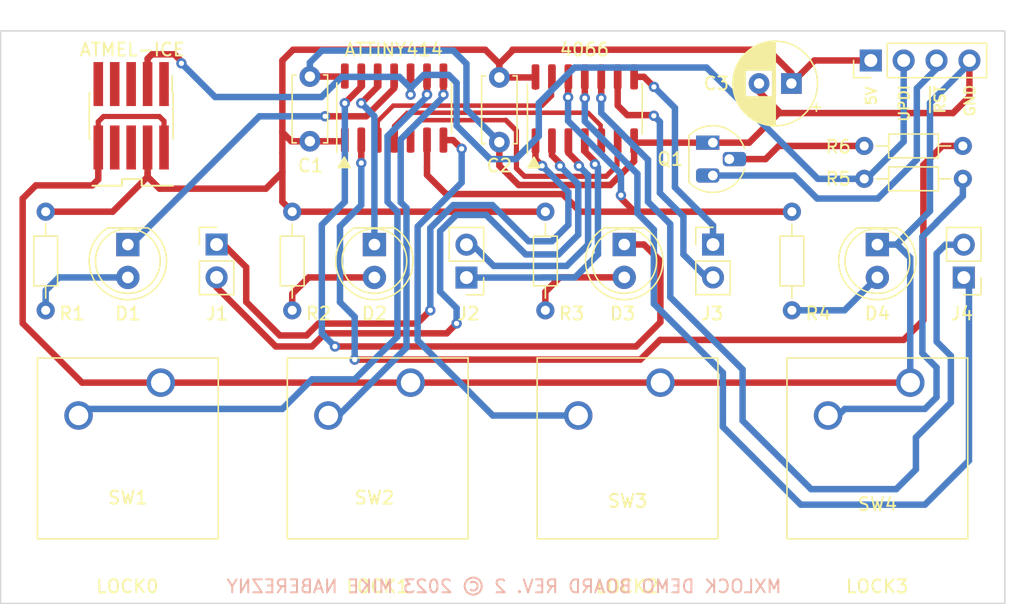
<source format=kicad_pcb>
(kicad_pcb (version 20221018) (generator pcbnew)
  (layers (0 "F.Cu" signal) (31 "B.Cu" signal) (34 "B.Paste" user) (35 "F.Paste" user) (36 "B.SilkS" user "B.Silkscreen") (37 "F.SilkS" user "F.Silkscreen") (38 "B.Mask" user) (39 "F.Mask" user) (44 "Edge.Cuts" user))
  (net 0 "")
  (net 1 "Net-(D1-A)")
  (net 2 "Net-(D2-A)")
  (net 3 "Net-(D3-A)")
  (net 4 "GND")
  (net 5 "VCC")
  (net 6 "/NLOCK0_LED")
  (net 7 "/NLOCK1_LED")
  (net 8 "/NLOCK2_LED")
  (net 9 "LOCK3_OUT")
  (net 10 "/RESET_OUT")
  (net 11 "NLOCK0_KEY")
  (net 12 "NLOCK1_KEY")
  (net 13 "UPDI")
  (net 14 "NLOCK2_KEY")
  (net 15 "LOCK0_OUT")
  (net 16 "LOCK1_OUT")
  (net 17 "Net-(J3-Pin_1)")
  (net 18 "Net-(J3-Pin_2)")
  (net 19 "Net-(J4-Pin_1)")
  (net 20 "Net-(J4-Pin_2)")
  (net 21 "Net-(Q1-B)")
  (net 22 "Net-(D4-A)")
  (net 23 "LOCK2_OUT")
  (net 24 "Net-(R5-Pad1)")
  (net 25 "Net-(J1-Pin_1)")
  (net 26 "Net-(J1-Pin_2)")
  (net 27 "Net-(J2-Pin_1)")
  (net 28 "Net-(J2-Pin_2)")
  (net 29 "/NRESET")
  (footprint "Resistor_THT:R_Axial_DIN0204_L3.6mm_D1.6mm_P7.62mm_Horizontal" (layer "F.Cu") (at 130.81 89.662 -90)
    (fp_text reference "R2" (at 7.874 -2.032) (layer "F.SilkS"))
    (fp_text value "330")
    (pad "1" thru_hole circle (at 0 0 270) (size 1.4 1.4) (drill 0.7) (layers "*.Cu" "*.Mask") (net 5 "VCC"))
    (pad "2" thru_hole oval (at 7.62 0 270) (size 1.4 1.4) (drill 0.7) (layers "*.Cu" "*.Mask") (net 2 "Net-(D2-A)"))
  )
  (footprint "Button_Switch_Keyboard:SW_Cherry_MX_1.00u_PCB" (layer "F.Cu") (at 139.954 102.87)
    (fp_text reference "SW2" (at -2.794 8.89) (layer "F.SilkS"))
    (fp_text value "SW_MX")
    (pad "" np_thru_hole circle (at -7.62 5.08) (size 1.7 1.7) (drill 1.7) (layers "*.Cu" "*.Mask"))
    (pad "" np_thru_hole circle (at -2.54 5.08) (size 4 4) (drill 4) (layers "*.Cu" "*.Mask"))
    (pad "" np_thru_hole circle (at 2.54 5.08) (size 1.7 1.7) (drill 1.7) (layers "*.Cu" "*.Mask"))
    (pad "1" thru_hole circle (at 0 0) (size 2.2 2.2) (drill 1.5) (layers "*.Cu" "*.Mask") (net 4 "GND"))
    (pad "2" thru_hole circle (at -6.35 2.54) (size 2.2 2.2) (drill 1.5) (layers "*.Cu" "*.Mask") (net 12 "NLOCK1_KEY"))
  )
  (footprint "LED_THT:LED_D5.0mm" (layer "F.Cu") (at 156.464 92.197 -90)
    (fp_text reference "D3" (at 5.339 0.127) (layer "F.SilkS"))
    (fp_text value "LED")
    (pad "1" thru_hole rect (at 0 0 270) (size 1.8 1.8) (drill 0.9) (layers "*.Cu" "*.Mask") (net 8 "/NLOCK2_LED"))
    (pad "2" thru_hole circle (at 2.54 0 270) (size 1.8 1.8) (drill 0.9) (layers "*.Cu" "*.Mask") (net 3 "Net-(D3-A)"))
  )
  (footprint "Resistor_THT:R_Axial_DIN0204_L3.6mm_D1.6mm_P7.62mm_Horizontal" (layer "F.Cu") (at 169.418 89.662 -90)
    (fp_text reference "R4" (at 7.874 -2.032) (layer "F.SilkS"))
    (fp_text value "330")
    (pad "1" thru_hole circle (at 0 0 270) (size 1.4 1.4) (drill 0.7) (layers "*.Cu" "*.Mask") (net 9 "LOCK3_OUT"))
    (pad "2" thru_hole oval (at 7.62 0 270) (size 1.4 1.4) (drill 0.7) (layers "*.Cu" "*.Mask") (net 22 "Net-(D4-A)"))
  )
  (footprint "Capacitor_THT:C_Disc_D5.0mm_W2.5mm_P5.00mm" (layer "F.Cu") (at 132.174 84.2205 90)
    (fp_text reference "C1" (at -1.88 0.05 180) (layer "F.SilkS"))
    (fp_text value "0.1uF")
    (pad "1" thru_hole circle (at 0 0 90) (size 1.6 1.6) (drill 0.8) (layers "*.Cu" "*.Mask") (net 5 "VCC"))
    (pad "2" thru_hole circle (at 5 0 90) (size 1.6 1.6) (drill 0.8) (layers "*.Cu" "*.Mask") (net 4 "GND"))
  )
  (footprint "Package_TO_SOT_THT:TO-92_HandSolder" (layer "F.Cu") (at 163.31 84.328 -90)
    (fp_text reference "Q1" (at 1.27 3.29 -180) (layer "F.SilkS"))
    (fp_text value "2N3904")
    (pad "1" thru_hole rect (at 0 0 270) (size 1.1 1.8) (drill 0.75 (offset 0 0.4)) (layers "*.Cu" "*.Mask") (net 4 "GND"))
    (pad "2" thru_hole roundrect (at 1.27 -1.27 270) (size 1.1 1.8) (drill 0.75 (offset 0 -0.4)) (layers "*.Cu" "*.Mask") (net 21 "Net-(Q1-B)"))
    (pad "3" thru_hole roundrect (at 2.54 0 270) (size 1.1 1.8) (drill 0.75 (offset 0 0.4)) (layers "*.Cu" "*.Mask") (net 29 "/NRESET"))
  )
  (footprint "Resistor_THT:R_Axial_DIN0204_L3.6mm_D1.6mm_P7.62mm_Horizontal" (layer "F.Cu") (at 182.626 87.122 180)
    (fp_text reference "R5" (at 9.626 0) (layer "F.SilkS"))
    (fp_text value "1K")
    (pad "1" thru_hole circle (at 0 0 180) (size 1.4 1.4) (drill 0.7) (layers "*.Cu" "*.Mask") (net 24 "Net-(R5-Pad1)"))
    (pad "2" thru_hole oval (at 7.62 0 180) (size 1.4 1.4) (drill 0.7) (layers "*.Cu" "*.Mask") (net 13 "UPDI"))
  )
  (footprint "Connector_PinHeader_2.54mm:PinHeader_1x02_P2.54mm_Vertical" (layer "F.Cu") (at 144.272 94.752 180)
    (fp_text reference "J2" (at -0.15 -2.784 180) (layer "F.SilkS"))
    (fp_text value "Conn_01x02")
    (pad "1" thru_hole rect (at 0 0 180) (size 1.7 1.7) (drill 1) (layers "*.Cu" "*.Mask") (net 27 "Net-(J2-Pin_1)"))
    (pad "2" thru_hole oval (at 0 2.54 180) (size 1.7 1.7) (drill 1) (layers "*.Cu" "*.Mask") (net 28 "Net-(J2-Pin_2)"))
  )
  (footprint "Package_SO:SOIC-14_3.9x8.7mm_P1.27mm" (layer "F.Cu") (at 138.684 81.6555 90)
    (fp_text reference "U1" hide)
    (fp_text value "ATtiny214/414/814")
    (pad "1" smd roundrect (at -2.475 -3.81 90) (size 1.95 0.6) (layers "F.Cu" "F.Paste" "F.Mask") (net 5 "VCC"))
    (pad "2" smd roundrect (at -2.475 -2.54 90) (size 1.95 0.6) (layers "F.Cu" "F.Paste" "F.Mask") (net 10 "/RESET_OUT"))
    (pad "3" smd roundrect (at -2.475 -1.27 90) (size 1.95 0.6) (layers "F.Cu" "F.Paste" "F.Mask") (net 15 "LOCK0_OUT"))
    (pad "4" smd roundrect (at -2.475 0 90) (size 1.95 0.6) (layers "F.Cu" "F.Paste" "F.Mask") (net 16 "LOCK1_OUT"))
    (pad "5" smd roundrect (at -2.475 1.27 90) (size 1.95 0.6) (layers "F.Cu" "F.Paste" "F.Mask") (net 23 "LOCK2_OUT"))
    (pad "6" smd roundrect (at -2.475 2.54 90) (size 1.95 0.6) (layers "F.Cu" "F.Paste" "F.Mask") (net 9 "LOCK3_OUT"))
    (pad "7" smd roundrect (at -2.475 3.81 90) (size 1.95 0.6) (layers "F.Cu" "F.Paste" "F.Mask") (net 14 "NLOCK2_KEY"))
    (pad "8" smd roundrect (at 2.475 3.81 90) (size 1.95 0.6) (layers "F.Cu" "F.Paste" "F.Mask") (net 12 "NLOCK1_KEY"))
    (pad "9" smd roundrect (at 2.475 2.54 90) (size 1.95 0.6) (layers "F.Cu" "F.Paste" "F.Mask") (net 11 "NLOCK0_KEY"))
    (pad "10" smd roundrect (at 2.475 1.27 90) (size 1.95 0.6) (layers "F.Cu" "F.Paste" "F.Mask") (net 13 "UPDI"))
    (pad "11" smd roundrect (at 2.475 0 90) (size 1.95 0.6) (layers "F.Cu" "F.Paste" "F.Mask") (net 6 "/NLOCK0_LED"))
    (pad "12" smd roundrect (at 2.475 -1.27 90) (size 1.95 0.6) (layers "F.Cu" "F.Paste" "F.Mask") (net 7 "/NLOCK1_LED"))
    (pad "13" smd roundrect (at 2.475 -2.54 90) (size 1.95 0.6) (layers "F.Cu" "F.Paste" "F.Mask") (net 8 "/NLOCK2_LED"))
    (pad "14" smd roundrect (at 2.475 -3.81 90) (size 1.95 0.6) (layers "F.Cu" "F.Paste" "F.Mask") (net 4 "GND"))
  )
  (footprint "Connector_PinHeader_2.54mm:PinHeader_1x04_P2.54mm_Vertical" (layer "F.Cu") (at 175.514 77.978 90)
    (fp_text reference "J5" hide)
    (fp_text value "Conn_01x04")
    (pad "1" thru_hole rect (at 0 0 90) (size 1.7 1.7) (drill 1) (layers "*.Cu" "*.Mask") (net 5 "VCC"))
    (pad "2" thru_hole oval (at 0 2.54 90) (size 1.7 1.7) (drill 1) (layers "*.Cu" "*.Mask") (net 13 "UPDI"))
    (pad "3" thru_hole oval (at 0 5.08 90) (size 1.7 1.7) (drill 1) (layers "*.Cu" "*.Mask") (net 29 "/NRESET"))
    (pad "4" thru_hole oval (at 0 7.62 90) (size 1.7 1.7) (drill 1) (layers "*.Cu" "*.Mask") (net 4 "GND"))
  )
  (footprint "LED_THT:LED_D5.0mm" (layer "F.Cu") (at 176.022 92.202 -90)
    (fp_text reference "D4" (at 5.334 0) (layer "F.SilkS"))
    (fp_text value "LED")
    (pad "1" thru_hole rect (at 0 0 270) (size 1.8 1.8) (drill 0.9) (layers "*.Cu" "*.Mask") (net 4 "GND"))
    (pad "2" thru_hole circle (at 2.54 0 270) (size 1.8 1.8) (drill 0.9) (layers "*.Cu" "*.Mask") (net 22 "Net-(D4-A)"))
  )
  (footprint "Capacitor_THT:C_Disc_D5.0mm_W2.5mm_P5.00mm" (layer "F.Cu") (at 146.812 79.288 -90)
    (fp_text reference "C2" (at 6.812 0.012) (layer "F.SilkS"))
    (fp_text value "0.1uF")
    (pad "1" thru_hole circle (at 0 0 270) (size 1.6 1.6) (drill 0.8) (layers "*.Cu" "*.Mask") (net 5 "VCC"))
    (pad "2" thru_hole circle (at 5 0 270) (size 1.6 1.6) (drill 0.8) (layers "*.Cu" "*.Mask") (net 4 "GND"))
  )
  (footprint "Button_Switch_Keyboard:SW_Cherry_MX_1.00u_PCB" (layer "F.Cu") (at 159.258 102.87)
    (fp_text reference "SW3" (at -2.54 9.144) (layer "F.SilkS"))
    (fp_text value "SW_MX")
    (pad "" np_thru_hole circle (at -7.62 5.08) (size 1.7 1.7) (drill 1.7) (layers "*.Cu" "*.Mask"))
    (pad "" np_thru_hole circle (at -2.54 5.08) (size 4 4) (drill 4) (layers "*.Cu" "*.Mask"))
    (pad "" np_thru_hole circle (at 2.54 5.08) (size 1.7 1.7) (drill 1.7) (layers "*.Cu" "*.Mask"))
    (pad "1" thru_hole circle (at 0 0) (size 2.2 2.2) (drill 1.5) (layers "*.Cu" "*.Mask") (net 4 "GND"))
    (pad "2" thru_hole circle (at -6.35 2.54) (size 2.2 2.2) (drill 1.5) (layers "*.Cu" "*.Mask") (net 14 "NLOCK2_KEY"))
  )
  (footprint "LED_THT:LED_D5.0mm" (layer "F.Cu") (at 118.11 92.202 -90)
    (fp_text reference "D1" (at 5.334 0 180) (layer "F.SilkS"))
    (fp_text value "LED")
    (pad "1" thru_hole rect (at 0 0 270) (size 1.8 1.8) (drill 0.9) (layers "*.Cu" "*.Mask") (net 6 "/NLOCK0_LED"))
    (pad "2" thru_hole circle (at 2.54 0 270) (size 1.8 1.8) (drill 0.9) (layers "*.Cu" "*.Mask") (net 1 "Net-(D1-A)"))
  )
  (footprint "Resistor_THT:R_Axial_DIN0204_L3.6mm_D1.6mm_P7.62mm_Horizontal" (layer "F.Cu") (at 182.626 84.582 180)
    (fp_text reference "R6" (at 9.626 -0.068) (layer "F.SilkS"))
    (fp_text value "1K")
    (pad "1" thru_hole circle (at 0 0 180) (size 1.4 1.4) (drill 0.7) (layers "*.Cu" "*.Mask") (net 10 "/RESET_OUT"))
    (pad "2" thru_hole oval (at 7.62 0 180) (size 1.4 1.4) (drill 0.7) (layers "*.Cu" "*.Mask") (net 21 "Net-(Q1-B)"))
  )
  (footprint "Button_Switch_Keyboard:SW_Cherry_MX_1.00u_PCB" (layer "F.Cu") (at 120.65 102.87)
    (fp_text reference "SW1" (at -2.54 8.89) (layer "F.SilkS"))
    (fp_text value "SW_MX")
    (pad "" np_thru_hole circle (at -7.62 5.08) (size 1.7 1.7) (drill 1.7) (layers "*.Cu" "*.Mask"))
    (pad "" np_thru_hole circle (at -2.54 5.08) (size 4 4) (drill 4) (layers "*.Cu" "*.Mask"))
    (pad "" np_thru_hole circle (at 2.54 5.08) (size 1.7 1.7) (drill 1.7) (layers "*.Cu" "*.Mask"))
    (pad "1" thru_hole circle (at 0 0) (size 2.2 2.2) (drill 1.5) (layers "*.Cu" "*.Mask") (net 4 "GND"))
    (pad "2" thru_hole circle (at -6.35 2.54) (size 2.2 2.2) (drill 1.5) (layers "*.Cu" "*.Mask") (net 11 "NLOCK0_KEY"))
  )
  (footprint "Package_SO:SO-14_3.9x8.65mm_P1.27mm" (layer "F.Cu") (at 153.416 81.7205 90)
    (fp_text reference "U2" hide)
    (fp_text value "CD4066BM")
    (pad "1" smd roundrect (at -2.475 -3.81 90) (size 1.95 0.6) (layers "F.Cu" "F.Paste" "F.Mask") (net 25 "Net-(J1-Pin_1)"))
    (pad "2" smd roundrect (at -2.475 -2.54 90) (size 1.95 0.6) (layers "F.Cu" "F.Paste" "F.Mask") (net 26 "Net-(J1-Pin_2)"))
    (pad "3" smd roundrect (at -2.475 -1.27 90) (size 1.95 0.6) (layers "F.Cu" "F.Paste" "F.Mask") (net 28 "Net-(J2-Pin_2)"))
    (pad "4" smd roundrect (at -2.475 0 90) (size 1.95 0.6) (layers "F.Cu" "F.Paste" "F.Mask") (net 27 "Net-(J2-Pin_1)"))
    (pad "5" smd roundrect (at -2.475 1.27 90) (size 1.95 0.6) (layers "F.Cu" "F.Paste" "F.Mask") (net 16 "LOCK1_OUT"))
    (pad "6" smd roundrect (at -2.475 2.54 90) (size 1.95 0.6) (layers "F.Cu" "F.Paste" "F.Mask") (net 23 "LOCK2_OUT"))
    (pad "7" smd roundrect (at -2.475 3.81 90) (size 1.95 0.6) (layers "F.Cu" "F.Paste" "F.Mask") (net 4 "GND"))
    (pad "8" smd roundrect (at 2.475 3.81 90) (size 1.95 0.6) (layers "F.Cu" "F.Paste" "F.Mask") (net 17 "Net-(J3-Pin_1)"))
    (pad "9" smd roundrect (at 2.475 2.54 90) (size 1.95 0.6) (layers "F.Cu" "F.Paste" "F.Mask") (net 18 "Net-(J3-Pin_2)"))
    (pad "10" smd roundrect (at 2.475 1.27 90) (size 1.95 0.6) (layers "F.Cu" "F.Paste" "F.Mask") (net 20 "Net-(J4-Pin_2)"))
    (pad "11" smd roundrect (at 2.475 0 90) (size 1.95 0.6) (layers "F.Cu" "F.Paste" "F.Mask") (net 19 "Net-(J4-Pin_1)"))
    (pad "12" smd roundrect (at 2.475 -1.27 90) (size 1.95 0.6) (layers "F.Cu" "F.Paste" "F.Mask") (net 9 "LOCK3_OUT"))
    (pad "13" smd roundrect (at 2.475 -2.54 90) (size 1.95 0.6) (layers "F.Cu" "F.Paste" "F.Mask") (net 15 "LOCK0_OUT"))
    (pad "14" smd roundrect (at 2.475 -3.81 90) (size 1.95 0.6) (layers "F.Cu" "F.Paste" "F.Mask") (net 5 "VCC"))
  )
  (footprint "Resistor_THT:R_Axial_DIN0204_L3.6mm_D1.6mm_P7.62mm_Horizontal" (layer "F.Cu") (at 111.76 89.662 -90)
    (fp_text reference "R1" (at 7.874 -2.032) (layer "F.SilkS"))
    (fp_text value "330")
    (pad "1" thru_hole circle (at 0 0 270) (size 1.4 1.4) (drill 0.7) (layers "*.Cu" "*.Mask") (net 5 "VCC"))
    (pad "2" thru_hole oval (at 7.62 0 270) (size 1.4 1.4) (drill 0.7) (layers "*.Cu" "*.Mask") (net 1 "Net-(D1-A)"))
  )
  (footprint "Connector_PinHeader_2.54mm:PinHeader_1x02_P2.54mm_Vertical" (layer "F.Cu") (at 124.968 92.197)
    (fp_text reference "J1" (at 0.032 5.339 180) (layer "F.SilkS"))
    (fp_text value "Conn_01x02")
    (pad "1" thru_hole rect (at 0 0) (size 1.7 1.7) (drill 1) (layers "*.Cu" "*.Mask") (net 25 "Net-(J1-Pin_1)"))
    (pad "2" thru_hole oval (at 0 2.54) (size 1.7 1.7) (drill 1) (layers "*.Cu" "*.Mask") (net 26 "Net-(J1-Pin_2)"))
  )
  (footprint "Connector_PinHeader_2.54mm:PinHeader_1x02_P2.54mm_Vertical" (layer "F.Cu") (at 182.7 94.752 180)
    (fp_text reference "J4" (at 0.15 -2.784) (layer "F.SilkS"))
    (fp_text value "Conn_01x02")
    (pad "1" thru_hole rect (at 0 0 180) (size 1.7 1.7) (drill 1) (layers "*.Cu" "*.Mask") (net 19 "Net-(J4-Pin_1)"))
    (pad "2" thru_hole oval (at 0 2.54 180) (size 1.7 1.7) (drill 1) (layers "*.Cu" "*.Mask") (net 20 "Net-(J4-Pin_2)"))
  )
  (footprint "Capacitor_THT:CP_Radial_D6.3mm_P2.50mm" (layer "F.Cu") (at 169.378 79.756 180)
    (fp_text reference "C3" (at 5.802 0) (layer "F.SilkS"))
    (fp_text value "10uF")
    (pad "1" thru_hole rect (at 0 0 180) (size 1.6 1.6) (drill 0.8) (layers "*.Cu" "*.Mask") (net 5 "VCC"))
    (pad "2" thru_hole circle (at 2.5 0 180) (size 1.6 1.6) (drill 0.8) (layers "*.Cu" "*.Mask") (net 4 "GND"))
  )
  (footprint "mxlock:PinHeader_2x05_P1.27mm_Shrouded_Vertical_SMD_Handsolder" (layer "F.Cu") (at 118.418 82.323 90)
    (fp_text reference "J6" hide)
    (fp_text value "ATMEL-ICE-10")
    (fp_text user "ATMEL-ICE" (at 4.599 -4.118 unlocked) (layer "F.SilkS") (effects (justify left bottom)))
    (pad "1" smd rect (at 2.523 2.486 270) (size 3.4 0.74) (layers "F.Cu" "F.Paste" "F.Mask"))
    (pad "2" smd rect (at -2.377 2.486 270) (size 3.4 0.74) (layers "F.Cu" "F.Paste" "F.Mask") (net 4 "GND"))
    (pad "3" smd rect (at 2.523 1.216 270) (size 3.4 0.74) (layers "F.Cu" "F.Paste" "F.Mask") (net 13 "UPDI"))
    (pad "4" smd rect (at -2.377 1.216 270) (size 3.4 0.74) (layers "F.Cu" "F.Paste" "F.Mask") (net 5 "VCC"))
    (pad "5" smd rect (at 2.523 -0.054 270) (size 3.4 0.74) (layers "F.Cu" "F.Paste" "F.Mask"))
    (pad "6" smd rect (at -2.377 -0.054 270) (size 3.4 0.74) (layers "F.Cu" "F.Paste" "F.Mask"))
    (pad "7" smd rect (at 2.523 -1.324 270) (size 3.4 0.74) (layers "F.Cu" "F.Paste" "F.Mask"))
    (pad "8" smd rect (at -2.377 -1.324 270) (size 3.4 0.74) (layers "F.Cu" "F.Paste" "F.Mask"))
    (pad "9" smd rect (at 2.523 -2.594 270) (size 3.4 0.74) (layers "F.Cu" "F.Paste" "F.Mask"))
    (pad "10" smd rect (at -2.377 -2.594 270) (size 3.4 0.74) (layers "F.Cu" "F.Paste" "F.Mask") (net 4 "GND"))
  )
  (footprint "Button_Switch_Keyboard:SW_Cherry_MX_1.00u_PCB" (layer "F.Cu") (at 178.562 102.87)
    (fp_text reference "SW4" (at -2.54 9.398) (layer "F.SilkS"))
    (fp_text value "SW_MX")
    (pad "" np_thru_hole circle (at -7.62 5.08) (size 1.7 1.7) (drill 1.7) (layers "*.Cu" "*.Mask"))
    (pad "" np_thru_hole circle (at -2.54 5.08) (size 4 4) (drill 4) (layers "*.Cu" "*.Mask"))
    (pad "" np_thru_hole circle (at 2.54 5.08) (size 1.7 1.7) (drill 1.7) (layers "*.Cu" "*.Mask"))
    (pad "1" thru_hole circle (at 0 0) (size 2.2 2.2) (drill 1.5) (layers "*.Cu" "*.Mask") (net 4 "GND"))
    (pad "2" thru_hole circle (at -6.35 2.54) (size 2.2 2.2) (drill 1.5) (layers "*.Cu" "*.Mask") (net 24 "Net-(R5-Pad1)"))
  )
  (footprint "LED_THT:LED_D5.0mm" (layer "F.Cu") (at 137.16 92.202 -90)
    (fp_text reference "D2" (at 5.334 0) (layer "F.SilkS"))
    (fp_text value "LED")
    (pad "1" thru_hole rect (at 0 0 270) (size 1.8 1.8) (drill 0.9) (layers "*.Cu" "*.Mask") (net 7 "/NLOCK1_LED"))
    (pad "2" thru_hole circle (at 2.54 0 270) (size 1.8 1.8) (drill 0.9) (layers "*.Cu" "*.Mask") (net 2 "Net-(D2-A)"))
  )
  (footprint "Connector_PinHeader_2.54mm:PinHeader_1x02_P2.54mm_Vertical" (layer "F.Cu") (at 163.322 92.202)
    (fp_text reference "J3" (at -0.072 5.334 180) (layer "F.SilkS"))
    (fp_text value "Conn_01x02")
    (pad "1" thru_hole rect (at 0 0) (size 1.7 1.7) (drill 1) (layers "*.Cu" "*.Mask") (net 17 "Net-(J3-Pin_1)"))
    (pad "2" thru_hole oval (at 0 2.54) (size 1.7 1.7) (drill 1) (layers "*.Cu" "*.Mask") (net 18 "Net-(J3-Pin_2)"))
  )
  (footprint "Resistor_THT:R_Axial_DIN0204_L3.6mm_D1.6mm_P7.62mm_Horizontal" (layer "F.Cu") (at 150.368 89.662 -90)
    (fp_text reference "R3" (at 7.874 -2.032) (layer "F.SilkS"))
    (fp_text value "330")
    (pad "1" thru_hole circle (at 0 0 270) (size 1.4 1.4) (drill 0.7) (layers "*.Cu" "*.Mask") (net 5 "VCC"))
    (pad "2" thru_hole oval (at 7.62 0 270) (size 1.4 1.4) (drill 0.7) (layers "*.Cu" "*.Mask") (net 3 "Net-(D3-A)"))
  )
  (gr_line (start 180.0875 81.983) (end 180.0845 80.017) (stroke (width 0.15)) (layer "F.SilkS"))
  (gr_rect (start 108.2802 75.6952) (end 185.8756 119.9292) (stroke (width 0.1)) (fill none) (layer "Edge.Cuts"))
  (gr_text "MXLOCK DEMO BOARD REV. 2 © 2023 MIKE NABEREZNY" (at 147.175 119.2) (layer "B.SilkS") (effects (font (size 1 1)) (justify bottom mirror)))
  (gr_text "UPDI" (at 178.562 82.804 90) (layer "F.SilkS") (effects (font (size 0.8 0.8)) (justify left bottom)))
  (gr_text "LOCK0" (at 118.075 119.2) (layer "F.SilkS") (effects (font (size 1 1)) (justify bottom)))
  (gr_text "4066" (at 151.384 77.724) (layer "F.SilkS") (effects (font (size 1 1)) (justify left bottom)))
  (gr_text "LOCK3" (at 173.5 119.2) (layer "F.SilkS") (effects (font (size 1 1)) (justify left bottom)))
  (gr_text "GND" (at 183.642 82.4 90) (layer "F.SilkS") (effects (font (size 0.8 0.8)) (justify left bottom)))
  (gr_text "LOCK2" (at 154.2 119.2) (layer "F.SilkS") (effects (font (size 1 1)) (justify left bottom)))
  (gr_text "▲" (at 134.112 86.36) (layer "F.SilkS") (effects (font (size 1 1)) (justify left bottom)))
  (gr_text "5V" (at 176.022 81.534 90) (layer "F.SilkS") (effects (font (size 0.8 0.8)) (justify left bottom)))
  (gr_text "▲" (at 148.77 86.37) (layer "F.SilkS") (effects (font (size 1 1)) (justify left bottom)))
  (gr_text "ATTINY414" (at 134.75 77.724) (layer "F.SilkS") (effects (font (size 1 1)) (justify left bottom)))
  (gr_text "RST" (at 181.3305 82.171 90) (layer "F.SilkS") (effects (font (size 0.8 0.8)) (justify left bottom)))
  (gr_text "LOCK1" (at 134.9 119.2) (layer "F.SilkS") (effects (font (size 1 1)) (justify left bottom)))
  (segment (start 112.776 94.742) (end 111.76 95.758) (width 0.5) (layer "B.Cu") (net 1))
  (segment (start 118.11 94.742) (end 112.776 94.742) (width 0.5) (layer "B.Cu") (net 1))
  (segment (start 111.76 95.758) (end 111.76 97.282) (width 0.5) (layer "B.Cu") (net 1))
  (segment (start 132.08 94.742) (end 130.81 96.012) (width 0.5) (layer "F.Cu") (net 2))
  (segment (start 130.81 96.012) (end 130.81 97.282) (width 0.5) (layer "F.Cu") (net 2))
  (segment (start 137.16 94.742) (end 132.08 94.742) (width 0.5) (layer "F.Cu") (net 2))
  (segment (start 151.488 94.737) (end 150.368 95.857) (width 0.5) (layer "F.Cu") (net 3))
  (segment (start 156.464 94.737) (end 151.488 94.737) (width 0.5) (layer "F.Cu") (net 3))
  (segment (start 150.368 95.857) (end 150.368 97.282) (width 0.5) (layer "F.Cu") (net 3))
  (segment (start 157.226 85.76395) (end 155.38995 87.6) (width 0.5) (layer "F.Cu") (net 4))
  (segment (start 157.226 84.1955) (end 157.226 85.76395) (width 0.5) (layer "F.Cu") (net 4))
  (segment (start 109.982 98.282) (end 109.982 88.646) (width 0.5) (layer "F.Cu") (net 4))
  (segment (start 159.258 102.87) (end 178.562 102.87) (width 0.5) (layer "F.Cu") (net 4))
  (segment (start 168.402 82.042) (end 166.116 84.328) (width 0.5) (layer "F.Cu") (net 4))
  (segment (start 109.982 88.646) (end 110.998 87.63) (width 0.5) (layer "F.Cu") (net 4))
  (segment (start 115.36 87.63) (end 115.824 87.166) (width 0.5) (layer "F.Cu") (net 4))
  (segment (start 120.65 102.87) (end 139.954 102.87) (width 0.5) (layer "F.Cu") (net 4))
  (segment (start 168.402 81.915) (end 168.402 82.042) (width 0.5) (layer "F.Cu") (net 4))
  (segment (start 166.878 80.391) (end 168.402 81.915) (width 0.5) (layer "F.Cu") (net 4))
  (segment (start 134.874 79.2425) (end 134.874 79.1805) (width 0.5) (layer "F.Cu") (net 4))
  (segment (start 168.402 82.042) (end 181.864 82.042) (width 0.5) (layer "F.Cu") (net 4))
  (segment (start 163.31 84.328) (end 157.3585 84.328) (width 0.5) (layer "F.Cu") (net 4))
  (segment (start 120.904 82.6664) (end 120.904 84.7) (width 0.4) (layer "F.Cu") (net 4))
  (segment (start 148.306 87.6) (end 146.812 86.106) (width 0.5) (layer "F.Cu") (net 4))
  (segment (start 155.38995 87.6) (end 148.306 87.6) (width 0.5) (layer "F.Cu") (net 4))
  (segment (start 115.824 84.7) (end 115.824 82.7084) (width 0.4) (layer "F.Cu") (net 4))
  (segment (start 120.544 82.3064) (end 120.904 82.6664) (width 0.4) (layer "F.Cu") (net 4))
  (segment (start 166.878 79.756) (end 166.878 80.391) (width 0.5) (layer "F.Cu") (net 4))
  (segment (start 114.57 102.87) (end 109.982 98.282) (width 0.5) (layer "F.Cu") (net 4))
  (segment (start 115.824 87.166) (end 115.824 84.7) (width 0.5) (layer "F.Cu") (net 4))
  (segment (start 183.134 80.772) (end 183.134 77.978) (width 0.5) (layer "F.Cu") (net 4))
  (segment (start 166.116 84.328) (end 163.31 84.328) (width 0.5) (layer "F.Cu") (net 4))
  (segment (start 132.004 79.3905) (end 132.174 79.2205) (width 0.25) (layer "F.Cu") (net 4))
  (segment (start 132.174 79.2205) (end 134.834 79.2205) (width 0.5) (layer "F.Cu") (net 4))
  (segment (start 120.65 102.87) (end 114.57 102.87) (width 0.5) (layer "F.Cu") (net 4))
  (segment (start 157.3585 84.328) (end 157.226 84.1955) (width 0.5) (layer "F.Cu") (net 4))
  (segment (start 110.998 87.63) (end 115.36 87.63) (width 0.5) (layer "F.Cu") (net 4))
  (segment (start 181.864 82.042) (end 183.134 80.772) (width 0.5) (layer "F.Cu") (net 4))
  (segment (start 139.954 102.87) (end 159.258 102.87) (width 0.5) (layer "F.Cu") (net 4))
  (segment (start 157.226 84.1955) (end 157.226 83.6621) (width 0.25) (layer "F.Cu") (net 4))
  (segment (start 146.812 86.106) (end 146.812 84.288) (width 0.5) (layer "F.Cu") (net 4))
  (segment (start 134.834 79.2205) (end 134.874 79.1805) (width 0.25) (layer "F.Cu") (net 4))
  (segment (start 116.226 82.3064) (end 120.544 82.3064) (width 0.4) (layer "F.Cu") (net 4))
  (segment (start 115.824 82.7084) (end 116.226 82.3064) (width 0.4) (layer "F.Cu") (net 4))
  (segment (start 142.494 77.216) (end 133.096 77.216) (width 0.5) (layer "B.Cu") (net 4))
  (segment (start 142.494 77.216) (end 143.256 77.216) (width 0.5) (layer "B.Cu") (net 4))
  (segment (start 177.546 92.202) (end 177.546 92.154) (width 0.5) (layer "B.Cu") (net 4))
  (segment (start 178.562 93.218) (end 177.546 92.202) (width 0.5) (layer "B.Cu") (net 4))
  (segment (start 177.546 92.202) (end 176.022 92.202) (width 0.5) (layer "B.Cu") (net 4))
  (segment (start 178.562 102.87) (end 178.562 93.218) (width 0.5) (layer "B.Cu") (net 4))
  (segment (start 144.272 78.232) (end 144.272 81.748) (width 0.5) (layer "B.Cu") (net 4))
  (segment (start 143.256 77.216) (end 144.272 78.232) (width 0.5) (layer "B.Cu") (net 4))
  (segment (start 133.096 77.216) (end 132.174 78.138) (width 0.5) (layer "B.Cu") (net 4))
  (segment (start 132.41 79.4205) (end 132.374 79.4205) (width 0.25) (layer "B.Cu") (net 4))
  (segment (start 177.546 92.154) (end 180.086 89.614) (width 0.5) (layer "B.Cu") (net 4))
  (segment (start 183.134 78.216) (end 183.134 77.978) (width 0.5) (layer "B.Cu") (net 4))
  (segment (start 132.174 78.138) (end 132.174 79.2205) (width 0.5) (layer "B.Cu") (net 4))
  (segment (start 132.239 79.1555) (end 132.174 79.2205) (width 0.5) (layer "B.Cu") (net 4))
  (segment (start 180.086 81.264) (end 183.134 78.216) (width 0.5) (layer "B.Cu") (net 4))
  (segment (start 180.086 89.614) (end 180.086 81.264) (width 0.5) (layer "B.Cu") (net 4))
  (segment (start 132.842 78.9885) (end 132.41 79.4205) (width 0.25) (layer "B.Cu") (net 4))
  (segment (start 144.272 81.748) (end 146.812 84.288) (width 0.5) (layer "B.Cu") (net 4))
  (segment (start 132.374 79.4205) (end 132.174 79.2205) (width 0.25) (layer "B.Cu") (net 4))
  (segment (start 116.938 89.662) (end 111.76 89.662) (width 0.5) (layer "F.Cu") (net 5))
  (segment (start 130.048 85.09) (end 130.048 86.614) (width 0.5) (layer "F.Cu") (net 5))
  (segment (start 175.514 77.978) (end 171.156 77.978) (width 0.5) (layer "F.Cu") (net 5))
  (segment (start 132.174 84.2205) (end 134.784 84.2205) (width 0.5) (layer "F.Cu") (net 5))
  (segment (start 130.7385 84.2205) (end 130.048 83.53) (width 0.5) (layer "F.Cu") (net 5))
  (segment (start 128.778 87.884) (end 120.559 87.884) (width 0.5) (layer "F.Cu") (net 5))
  (segment (start 171.156 77.978) (end 169.378 79.756) (width 0.5) (layer "F.Cu") (net 5))
  (segment (start 130.049 86.615) (end 130.049 88.901) (width 0.5) (layer "F.Cu") (net 5))
  (segment (start 130.81 89.662) (end 150.368 89.662) (width 0.5) (layer "F.Cu") (net 5))
  (segment (start 130.048 86.614) (end 130.049 86.615) (width 0.5) (layer "F.Cu") (net 5))
  (segment (start 132.174 84.2205) (end 132.30775 84.35425) (width 0.5) (layer "F.Cu") (net 5))
  (segment (start 145.729 77.149) (end 146.812 78.232) (width 0.5) (layer "F.Cu") (net 5))
  (segment (start 130.877 77.149) (end 130.048 77.978) (width 0.5) (layer "F.Cu") (net 5))
  (segment (start 119.634 86.966) (end 116.938 89.662) (width 0.5) (layer "F.Cu") (net 5))
  (segment (start 145.288 77.149) (end 130.877 77.149) (width 0.5) (layer "F.Cu") (net 5))
  (segment (start 130.048 77.978) (end 130.048 82.55) (width 0.5) (layer "F.Cu") (net 5))
  (segment (start 149.5635 79.288) (end 149.606 79.2455) (width 0.5) (layer "F.Cu") (net 5))
  (segment (start 130.9175 84.2205) (end 130.7385 84.2205) (width 0.5) (layer "F.Cu") (net 5))
  (segment (start 130.049 88.901) (end 130.81 89.662) (width 0.5) (layer "F.Cu") (net 5))
  (segment (start 131.7185 84.2205) (end 132.174 84.2205) (width 0.5) (layer "F.Cu") (net 5))
  (segment (start 169.378 78.954) (end 167.573 77.149) (width 0.5) (layer "F.Cu") (net 5))
  (segment (start 120.559 87.884) (end 119.634 86.959) (width 0.5) (layer "F.Cu") (net 5))
  (segment (start 119.634 86.6744) (end 119.634 84.7) (width 0.5) (layer "F.Cu") (net 5))
  (segment (start 146.812 79.288) (end 149.5635 79.288) (width 0.5) (layer "F.Cu") (net 5))
  (segment (start 145.288 77.149) (end 145.729 77.149) (width 0.5) (layer "F.Cu") (net 5))
  (segment (start 119.634 86.959) (end 119.634 86.6744) (width 0.5) (layer "F.Cu") (net 5))
  (segment (start 167.573 77.149) (end 147.828 77.149) (width 0.5) (layer "F.Cu") (net 5))
  (segment (start 119.634 86.6744) (end 119.634 86.966) (width 0.5) (layer "F.Cu") (net 5))
  (segment (start 169.378 79.756) (end 169.378 78.954) (width 0.5) (layer "F.Cu") (net 5))
  (segment (start 147.828 77.149) (end 147.828 77.216) (width 0.5) (layer "F.Cu") (net 5))
  (segment (start 146.812 78.232) (end 146.812 79.288) (width 0.5) (layer "F.Cu") (net 5))
  (segment (start 149.606 79.2455) (end 149.606 80.1315) (width 0.25) (layer "F.Cu") (net 5))
  (segment (start 147.828 77.216) (end 146.812 78.232) (width 0.5) (layer "F.Cu") (net 5))
  (segment (start 134.784 84.2205) (end 134.874 84.1305) (width 0.5) (layer "F.Cu") (net 5))
  (segment (start 132.174 84.2205) (end 132.174 84.1625) (width 0.5) (layer "F.Cu") (net 5))
  (segment (start 130.048 86.614) (end 128.778 87.884) (width 0.5) (layer "F.Cu") (net 5))
  (segment (start 130.048 83.53) (end 130.048 85.09) (width 0.5) (layer "F.Cu") (net 5))
  (segment (start 132.174 84.2205) (end 130.9175 84.2205) (width 0.5) (layer "F.Cu") (net 5))
  (segment (start 130.048 82.55) (end 130.048 83.53) (width 0.5) (layer "F.Cu") (net 5))
  (segment (start 138.684 80.13425) (end 138.684 79.1805) (width 0.5) (layer "F.Cu") (net 6))
  (segment (start 133.35 82.2905) (end 136.52775 82.2905) (width 0.5) (layer "F.Cu") (net 6))
  (segment (start 136.52775 82.2905) (end 138.684 80.13425) (width 0.5) (layer "F.Cu") (net 6))
  (via (at 133.35 82.2905) (size 0.8) (drill 0.4) (layers "F.Cu" "B.Cu") (net 6))
  (segment (start 133.35 82.2905) (end 128.2755 82.2905) (width 0.5) (layer "B.Cu") (net 6))
  (segment (start 118.364 92.202) (end 118.11 92.202) (width 0.5) (layer "B.Cu") (net 6))
  (segment (start 128.2755 82.2905) (end 118.364 92.202) (width 0.5) (layer "B.Cu") (net 6))
  (segment (start 137.414 80.0045) (end 136.144 81.2745) (width 0.5) (layer "F.Cu") (net 7))
  (segment (start 137.414 79.1805) (end 137.414 80.0045) (width 0.5) (layer "F.Cu") (net 7))
  (via (at 136.144 81.2745) (size 0.8) (drill 0.4) (layers "F.Cu" "B.Cu") (net 7))
  (segment (start 136.144 81.2745) (end 137.16 82.2905) (width 0.5) (layer "B.Cu") (net 7))
  (segment (start 137.16 82.2905) (end 137.16 92.202) (width 0.5) (layer "B.Cu") (net 7))
  (segment (start 134.112 100.076) (end 157.374 100.076) (width 0.5) (layer "F.Cu") (net 8))
  (segment (start 159.258 93.472) (end 157.983 92.197) (width 0.5) (layer "F.Cu") (net 8))
  (segment (start 136.144 80.01) (end 136.144 79.1805) (width 0.5) (layer "F.Cu") (net 8))
  (segment (start 134.874 81.28) (end 136.144 80.01) (width 0.5) (layer "F.Cu") (net 8))
  (segment (start 134.874 81.28) (end 134.874 81.138572) (width 0.5) (layer "F.Cu") (net 8))
  (segment (start 157.374 100.076) (end 159.258 98.192) (width 0.5) (layer "F.Cu") (net 8))
  (segment (start 157.983 92.197) (end 156.464 92.197) (width 0.5) (layer "F.Cu") (net 8))
  (segment (start 159.258 98.192) (end 159.258 93.472) (width 0.5) (layer "F.Cu") (net 8))
  (via (at 134.874 81.28) (size 0.8) (drill 0.4) (layers "F.Cu" "B.Cu") (net 8))
  (via (at 134.112 100.076) (size 0.8) (drill 0.4) (layers "F.Cu" "B.Cu") (net 8))
  (segment (start 133.096 90.678) (end 134.874 88.9) (width 0.5) (layer "B.Cu") (net 8))
  (segment (start 133.096 99.06) (end 133.096 90.678) (width 0.5) (layer "B.Cu") (net 8))
  (segment (start 134.874 88.9) (end 134.874 81.28) (width 0.5) (layer "B.Cu") (net 8))
  (segment (start 134.112 100.076) (end 133.096 99.06) (width 0.5) (layer "B.Cu") (net 8))
  (segment (start 141.224 84.1305) (end 141.224 86.2529) (width 0.5) (layer "F.Cu") (net 9))
  (segment (start 156.972 89.662) (end 157.3 89.662) (width 0.5) (layer "F.Cu") (net 9))
  (segment (start 152.146 79.2455) (end 152.124 80.8205) (width 0.5) (layer "F.Cu") (net 9))
  (segment (start 142.7 88.3) (end 151.7 88.3) (width 0.5) (layer "F.Cu") (net 9))
  (segment (start 156.21 88.392) (end 156.21 88.61) (width 0.25) (layer "F.Cu") (net 9))
  (segment (start 152.124 80.8205) (end 152.146 80.7665) (width 0.25) (layer "F.Cu") (net 9))
  (segment (start 141.224 86.2529) (end 141.224 86.824) (width 0.5) (layer "F.Cu") (net 9))
  (segment (start 157.262 89.662) (end 157.3 89.662) (width 0.5) (layer "F.Cu") (net 9))
  (segment (start 151.7 88.3) (end 153.062 89.662) (width 0.5) (layer "F.Cu") (net 9))
  (segment (start 156.21 88.61) (end 157.262 89.662) (width 0.5) (layer "F.Cu") (net 9))
  (segment (start 153.062 89.662) (end 156.972 89.662) (width 0.5) (layer "F.Cu") (net 9))
  (segment (start 157.3 89.662) (end 169.418 89.662) (width 0.5) (layer "F.Cu") (net 9))
  (segment (start 141.224 86.824) (end 142.7 88.3) (width 0.5) (layer "F.Cu") (net 9))
  (via (at 156.21 88.392) (size 0.8) (drill 0.4) (layers "F.Cu" "B.Cu") (net 9))
  (via (at 152.124 80.8205) (size 0.8) (drill 0.4) (layers "F.Cu" "B.Cu") (net 9))
  (segment (start 156.166 86.868) (end 156.21 86.868) (width 0.25) (layer "B.Cu") (net 9))
  (segment (start 156.166 86.692) (end 156.166 86.868) (width 0.5) (layer "B.Cu") (net 9))
  (segment (start 156.21 86.868) (end 156.21 88.392) (width 0.5) (layer "B.Cu") (net 9))
  (segment (start 152.124 82.65) (end 156.166 86.692) (width 0.5) (layer "B.Cu") (net 9))
  (segment (start 152.124 80.8205) (end 152.124 82.65) (width 0.5) (layer "B.Cu") (net 9))
  (segment (start 136.144 84.1305) (end 136.144 85.9) (width 0.5) (layer "F.Cu") (net 10))
  (segment (start 181.043 84.582) (end 182.626 84.582) (width 0.5) (layer "F.Cu") (net 10))
  (segment (start 179.578 86.047) (end 181.043 84.582) (width 0.5) (layer "F.Cu") (net 10))
  (segment (start 159.23195 99.568) (end 178.054 99.568) (width 0.5) (layer "F.Cu") (net 10))
  (segment (start 178.054 99.568) (end 179.578 98.044) (width 0.5) (layer "F.Cu") (net 10))
  (segment (start 135.636 101.092) (end 157.70795 101.092) (width 0.5) (layer "F.Cu") (net 10))
  (segment (start 179.578 98.044) (end 179.578 86.047) (width 0.5) (layer "F.Cu") (net 10))
  (segment (start 157.70795 101.092) (end 159.23195 99.568) (width 0.5) (layer "F.Cu") (net 10))
  (segment (start 136.124 84.1505) (end 136.144 84.1305) (width 0.25) (layer "F.Cu") (net 10))
  (via (at 136.144 85.9) (size 0.8) (drill 0.4) (layers "F.Cu" "B.Cu") (net 10))
  (via (at 135.636 101.092) (size 0.8) (drill 0.4) (layers "F.Cu" "B.Cu") (net 10))
  (segment (start 134.5 90.798) (end 134.5 96.654) (width 0.5) (layer "B.Cu") (net 10))
  (segment (start 136.144 85.9) (end 136.144 89.154) (width 0.5) (layer "B.Cu") (net 10))
  (segment (start 134.5 96.654) (end 135.636 97.79) (width 0.5) (layer "B.Cu") (net 10))
  (segment (start 135.636 97.79) (end 135.636 101.092) (width 0.5) (layer "B.Cu") (net 10))
  (segment (start 136.144 89.154) (end 134.5 90.798) (width 0.5) (layer "B.Cu") (net 10))
  (segment (start 141.224 80.6196) (end 141.224 79.1805) (width 0.5) (layer "F.Cu") (net 11))
  (via (at 141.224 80.6196) (size 0.8) (drill 0.4) (layers "F.Cu" "B.Cu") (net 11))
  (segment (start 138.176 83.82) (end 138.176 88.9) (width 0.5) (layer "B.Cu") (net 11))
  (segment (start 138.938 89.662) (end 138.938 99.314) (width 0.5) (layer "B.Cu") (net 11))
  (segment (start 141.224 80.6196) (end 141.224 80.772) (width 0.5) (layer "B.Cu") (net 11))
  (segment (start 138.176 88.9) (end 138.938 89.662) (width 0.5) (layer "B.Cu") (net 11))
  (segment (start 135.636 102.616) (end 132.334 102.616) (width 0.5) (layer "B.Cu") (net 11))
  (segment (start 132.334 102.616) (end 130.048 104.902) (width 0.5) (layer "B.Cu") (net 11))
  (segment (start 141.224 80.772) (end 138.176 83.82) (width 0.5) (layer "B.Cu") (net 11))
  (segment (start 114.808 104.902) (end 114.3 105.41) (width 0.25) (layer "B.Cu") (net 11))
  (segment (start 130.048 104.902) (end 114.808 104.902) (width 0.5) (layer "B.Cu") (net 11))
  (segment (start 138.938 99.314) (end 135.636 102.616) (width 0.5) (layer "B.Cu") (net 11))
  (segment (start 142.494 79.1805) (end 142.494 80.772) (width 0.5) (layer "F.Cu") (net 12))
  (via (at 142.494 80.6196) (size 0.8) (drill 0.4) (layers "F.Cu" "B.Cu") (net 12))
  (segment (start 134.39 105.41) (end 139.638 100.162) (width 0.5) (layer "B.Cu") (net 12))
  (segment (start 139.192 84.074) (end 142.494 80.772) (width 0.5) (layer "B.Cu") (net 12))
  (segment (start 133.604 105.41) (end 134.39 105.41) (width 0.5) (layer "B.Cu") (net 12))
  (segment (start 139.638 89.372051) (end 139.192 88.92605) (width 0.5) (layer "B.Cu") (net 12))
  (segment (start 139.192 88.92605) (end 139.192 84.074) (width 0.5) (layer "B.Cu") (net 12))
  (segment (start 139.638 100.162) (end 139.638 89.372051) (width 0.5) (layer "B.Cu") (net 12))
  (segment (start 119.634 77.838) (end 119.634 79.8) (width 0.5) (layer "F.Cu") (net 13))
  (segment (start 122.25 78.2) (end 122.25 78.052) (width 0.5) (layer "F.Cu") (net 13))
  (segment (start 121.7 77.502) (end 119.97 77.502) (width 0.5) (layer "F.Cu") (net 13))
  (segment (start 139.954 80.6196) (end 139.954 79.1805) (width 0.5) (layer "F.Cu") (net 13))
  (segment (start 119.97 77.502) (end 119.634 77.838) (width 0.5) (layer "F.Cu") (net 13))
  (segment (start 122.25 78.052) (end 121.7 77.502) (width 0.5) (layer "F.Cu") (net 13))
  (via (at 139.954 80.6196) (size 0.8) (drill 0.4) (layers "F.Cu" "B.Cu") (net 13))
  (via (at 122.25 78.2) (size 0.8) (drill 0.4) (layers "F.Cu" "B.Cu") (net 13))
  (segment (start 143.51 83.01) (end 143.51 79.7052) (width 0.5) (layer "B.Cu") (net 13))
  (segment (start 146.098 85.598) (end 143.51 83.01) (width 0.5) (layer "B.Cu") (net 13))
  (segment (start 178.054 77.978) (end 177.8 78.232) (width 0.25) (layer "B.Cu") (net 13))
  (segment (start 124.85 80.8) (end 133.068 80.8) (width 0.5) (layer "B.Cu") (net 13))
  (segment (start 122.25 78.2) (end 124.85 80.8) (width 0.5) (layer "B.Cu") (net 13))
  (segment (start 178.054 84.246) (end 175.178 87.122) (width 0.5) (layer "B.Cu") (net 13))
  (segment (start 134.62 79.248) (end 139.0904 79.248) (width 0.5) (layer "B.Cu") (net 13))
  (segment (start 143.51 79.7052) (end 142.9004 79.0956) (width 0.5) (layer "B.Cu") (net 13))
  (segment (start 140.97 79.0956) (end 139.954 80.1116) (width 0.5) (layer "B.Cu") (net 13))
  (segment (start 149.86 83.82) (end 148.082 85.598) (width 0.5) (layer "B.Cu") (net 13))
  (segment (start 175.178 87.122) (end 175.006 87.122) (width 0.5) (layer "B.Cu") (net 13))
  (segment (start 162.825 78.525) (end 152.615 78.525) (width 0.5) (layer "B.Cu") (net 13))
  (segment (start 139.954 80.6196) (end 139.954 80.1116) (width 0.5) (layer "B.Cu") (net 13))
  (segment (start 142.9004 79.0956) (end 140.97 79.0956) (width 0.5) (layer "B.Cu") (net 13))
  (segment (start 175.006 87.122) (end 171.422 87.122) (width 0.5) (layer "B.Cu") (net 13))
  (segment (start 139.0904 79.248) (end 139.954 80.1116) (width 0.5) (layer "B.Cu") (net 13))
  (segment (start 148.082 85.598) (end 146.098 85.598) (width 0.5) (layer "B.Cu") (net 13))
  (segment (start 178.054 77.978) (end 178.054 84.246) (width 0.5) (layer "B.Cu") (net 13))
  (segment (start 133.068 80.8) (end 134.62 79.248) (width 0.5) (layer "B.Cu") (net 13))
  (segment (start 152.615 78.525) (end 149.86 81.28) (width 0.5) (layer "B.Cu") (net 13))
  (segment (start 171.422 87.122) (end 162.825 78.525) (width 0.5) (layer "B.Cu") (net 13))
  (segment (start 149.86 81.28) (end 149.86 83.82) (width 0.5) (layer "B.Cu") (net 13))
  (segment (start 142.494 84.1305) (end 143.2305 84.1305) (width 0.5) (layer "F.Cu") (net 14))
  (segment (start 143.2305 84.1305) (end 143.9 84.8) (width 0.5) (layer "F.Cu") (net 14))
  (via (at 143.9 84.8) (size 0.8) (drill 0.4) (layers "F.Cu" "B.Cu") (net 14))
  (segment (start 146.304 105.41) (end 140.5 99.606) (width 0.5) (layer "B.Cu") (net 14))
  (segment (start 152.908 105.41) (end 146.304 105.41) (width 0.5) (layer "B.Cu") (net 14))
  (segment (start 143.9 87.41) (end 143.9 84.8) (width 0.5) (layer "B.Cu") (net 14))
  (segment (start 140.5 90.81) (end 143.9 87.41) (width 0.5) (layer "B.Cu") (net 14))
  (segment (start 140.5 99.606) (end 140.5 90.81) (width 0.5) (layer "B.Cu") (net 14))
  (segment (start 150.1255 81.4662) (end 138.62205 81.4662) (width 0.35) (layer "F.Cu") (net 15))
  (segment (start 150.876 79.2455) (end 150.876 80.7157) (width 0.35) (layer "F.Cu") (net 15))
  (segment (start 137.414 82.67425) (end 137.414 84.1305) (width 0.35) (layer "F.Cu") (net 15))
  (segment (start 150.876 80.7157) (end 150.1255 81.4662) (width 0.35) (layer "F.Cu") (net 15))
  (segment (start 138.62205 81.4662) (end 137.414 82.67425) (width 0.35) (layer "F.Cu") (net 15))
  (segment (start 153.6662 82.0162) (end 154.6352 82.9852) (width 0.35) (layer "F.Cu") (net 16))
  (segment (start 139.7088 82.0162) (end 153.6662 82.0162) (width 0.35) (layer "F.Cu") (net 16))
  (segment (start 154.6352 82.9852) (end 154.6352 84.1447) (width 0.35) (layer "F.Cu") (net 16))
  (segment (start 138.684 84.1305) (end 138.684 83.041) (width 0.35) (layer "F.Cu") (net 16))
  (segment (start 138.684 83.041) (end 139.7088 82.0162) (width 0.35) (layer "F.Cu") (net 16))
  (segment (start 154.6352 84.1447) (end 154.686 84.1955) (width 0.25) (layer "F.Cu") (net 16))
  (segment (start 157.226 80.0045) (end 157.226 79.2455) (width 0.25) (layer "F.Cu") (net 17))
  (segment (start 157.984805 79.2455) (end 158.759192 80.019887) (width 0.5) (layer "F.Cu") (net 17))
  (segment (start 157.226 79.2455) (end 157.984805 79.2455) (width 0.5) (layer "F.Cu") (net 17))
  (via (at 158.759192 80.019887) (size 0.8) (drill 0.4) (layers "F.Cu" "B.Cu") (net 17))
  (segment (start 163.322 90.722) (end 163.322 92.202) (width 0.5) (layer "B.Cu") (net 17))
  (segment (start 160.3811 87.7811) (end 163.322 90.722) (width 0.5) (layer "B.Cu") (net 17))
  (segment (start 160.3811 81.641795) (end 160.3811 87.7811) (width 0.5) (layer "B.Cu") (net 17))
  (segment (start 158.759192 80.019887) (end 160.3811 81.641795) (width 0.5) (layer "B.Cu") (net 17))
  (segment (start 155.956 81.456) (end 156.7 82.2) (width 0.5) (layer "F.Cu") (net 18))
  (segment (start 156.7 82.2) (end 158.7 82.2) (width 0.5) (layer "F.Cu") (net 18))
  (segment (start 155.956 79.2455) (end 155.956 81.456) (width 0.5) (layer "F.Cu") (net 18))
  (segment (start 158.7 82.2) (end 158.75 82.25) (width 0.5) (layer "F.Cu") (net 18))
  (via (at 158.75 82.25) (size 0.8) (drill 0.4) (layers "F.Cu" "B.Cu") (net 18))
  (segment (start 159.218862 88.218862) (end 161.036 90.036) (width 0.5) (layer "B.Cu") (net 18))
  (segment (start 159.218862 82.718862) (end 159.218862 88.218862) (width 0.5) (layer "B.Cu") (net 18))
  (segment (start 161.036 92.964) (end 162.814 94.742) (width 0.5) (layer "B.Cu") (net 18))
  (segment (start 161.036 90.036) (end 161.036 92.964) (width 0.5) (layer "B.Cu") (net 18))
  (segment (start 158.75 82.25) (end 159.218862 82.718862) (width 0.5) (layer "B.Cu") (net 18))
  (segment (start 162.814 94.742) (end 163.322 94.742) (width 0.5) (layer "B.Cu") (net 18))
  (segment (start 153.416 79.2455) (end 153.416 80.8935) (width 0.5) (layer "F.Cu") (net 19))
  (via (at 153.416 80.8935) (size 0.8) (drill 0.4) (layers "F.Cu" "B.Cu") (net 19))
  (segment (start 170.1 112.3) (end 164.084 106.284) (width 0.5) (layer "B.Cu") (net 19))
  (segment (start 157.48 86.7355) (end 153.416 82.6715) (width 0.5) (layer "B.Cu") (net 19))
  (segment (start 158.75 91.05) (end 157.48 89.78) (width 0.5) (layer "B.Cu") (net 19))
  (segment (start 179.7 112.3) (end 170.1 112.3) (width 0.5) (layer "B.Cu") (net 19))
  (segment (start 182.7 94.752) (end 183.1 95.152) (width 0.5) (layer "B.Cu") (net 19))
  (segment (start 183.1 95.152) (end 183.1 108.9) (width 0.5) (layer "B.Cu") (net 19))
  (segment (start 153.416 82.6715) (end 153.416 80.8935) (width 0.5) (layer "B.Cu") (net 19))
  (segment (start 158.75 96.774) (end 158.75 91.05) (width 0.5) (layer "B.Cu") (net 19))
  (segment (start 183.1 108.9) (end 179.7 112.3) (width 0.5) (layer "B.Cu") (net 19))
  (segment (start 157.48 89.78) (end 157.48 86.7355) (width 0.5) (layer "B.Cu") (net 19))
  (segment (start 164.084 102.108) (end 158.75 96.774) (width 0.5) (layer "B.Cu") (net 19))
  (segment (start 164.084 106.284) (end 164.084 102.108) (width 0.5) (layer "B.Cu") (net 19))
  (segment (start 154.686 79.2455) (end 154.686 80.8935) (width 0.5) (layer "F.Cu") (net 20))
  (via (at 154.686 80.8935) (size 0.8) (drill 0.4) (layers "F.Cu" "B.Cu") (net 20))
  (segment (start 160.02 96.266) (end 165.608 101.854) (width 0.5) (layer "B.Cu") (net 20))
  (segment (start 180.6 92.9) (end 181.288 92.212) (width 0.5) (layer "B.Cu") (net 20))
  (segment (start 179 107.1) (end 181.45 104.65) (width 0.5) (layer "B.Cu") (net 20))
  (segment (start 180.6 99.7) (end 180.6 92.9) (width 0.5) (layer "B.Cu") (net 20))
  (segment (start 154.686 80.8935) (end 154.686 82.0365) (width 0.5) (layer "B.Cu") (net 20))
  (segment (start 158.3 88.9) (end 160.02 90.62) (width 0.5) (layer "B.Cu") (net 20))
  (segment (start 179 109.576) (end 179 107.1) (width 0.5) (layer "B.Cu") (net 20))
  (segment (start 165.608 105.808) (end 170.9 111.1) (width 0.5) (layer "B.Cu") (net 20))
  (segment (start 170.9 111.1) (end 177.476 111.1) (width 0.5) (layer "B.Cu") (net 20))
  (segment (start 158.3 85.656) (end 158.3 88.9) (width 0.5) (layer "B.Cu") (net 20))
  (segment (start 181.7 104.4) (end 181.7 100.8) (width 0.5) (layer "B.Cu") (net 20))
  (segment (start 156.3116 83.6621) (end 156.3116 83.6676) (width 0.5) (layer "B.Cu") (net 20))
  (segment (start 181.288 92.212) (end 182.7 92.212) (width 0.5) (layer "B.Cu") (net 20))
  (segment (start 181.45 104.65) (end 181.7 104.4) (width 0.5) (layer "B.Cu") (net 20))
  (segment (start 156.3116 83.6676) (end 158.3 85.656) (width 0.5) (layer "B.Cu") (net 20))
  (segment (start 181.7 100.8) (end 180.6 99.7) (width 0.5) (layer "B.Cu") (net 20))
  (segment (start 160.02 90.62) (end 160.02 96.266) (width 0.5) (layer "B.Cu") (net 20))
  (segment (start 154.686 82.0365) (end 156.3116 83.6621) (width 0.5) (layer "B.Cu") (net 20))
  (segment (start 177.476 111.1) (end 179 109.576) (width 0.5) (layer "B.Cu") (net 20))
  (segment (start 165.608 101.854) (end 165.608 105.808) (width 0.5) (layer "B.Cu") (net 20))
  (segment (start 168.402 84.582) (end 175.006 84.582) (width 0.5) (layer "F.Cu") (net 21))
  (segment (start 164.58 85.598) (end 167.386 85.598) (width 0.5) (layer "F.Cu") (net 21))
  (segment (start 167.386 85.598) (end 168.402 84.582) (width 0.5) (layer "F.Cu") (net 21))
  (segment (start 173.482 97.282) (end 176.022 94.742) (width 0.5) (layer "B.Cu") (net 22))
  (segment (start 169.418 97.282) (end 173.482 97.282) (width 0.5) (layer "B.Cu") (net 22))
  (segment (start 147.3162 82.5912) (end 148.1328 83.4078) (width 0.4) (layer "F.Cu") (net 23))
  (segment (start 148.1328 83.4078) (end 148.1328 86.3092) (width 0.4) (layer "F.Cu") (net 23))
  (segment (start 155.07 86.93) (end 155.9052 86.0948) (width 0.4) (layer "F.Cu") (net 23))
  (segment (start 148.7536 86.93) (end 155.07 86.93) (width 0.4) (layer "F.Cu") (net 23))
  (segment (start 155.9052 84.2463) (end 155.956 84.1955) (width 0.25) (layer "F.Cu") (net 23))
  (segment (start 140.6748 82.5912) (end 147.3162 82.5912) (width 0.35) (layer "F.Cu") (net 23))
  (segment (start 148.1328 86.3092) (end 148.7536 86.93) (width 0.4) (layer "F.Cu") (net 23))
  (segment (start 155.9052 86.0948) (end 155.9052 84.2463) (width 0.4) (layer "F.Cu") (net 23))
  (segment (start 139.954 84.1305) (end 139.954 83.312) (width 0.4) (layer "F.Cu") (net 23))
  (segment (start 139.954 83.312) (end 140.6748 82.5912) (width 0.4) (layer "F.Cu") (net 23))
  (segment (start 179.5 91.6) (end 179.5 100.606) (width 0.5) (layer "B.Cu") (net 24))
  (segment (start 179.694 104.9) (end 180.594 104) (width 0.5) (layer "B.Cu") (net 24))
  (segment (start 182.626 87.122) (end 182.626 88.4555) (width 0.5) (layer "B.Cu") (net 24))
  (segment (start 172.99 105.41) (end 173.5 104.9) (width 0.5) (layer "B.Cu") (net 24))
  (segment (start 180.594 90.4875) (end 180.594 90.506) (width 0.5) (layer "B.Cu") (net 24))
  (segment (start 172.212 105.41) (end 172.99 105.41) (width 0.5) (layer "B.Cu") (net 24))
  (segment (start 179.5 100.606) (end 180.594 101.7) (width 0.5) (layer "B.Cu") (net 24))
  (segment (start 182.626 88.4555) (end 180.594 90.4875) (width 0.5) (layer "B.Cu") (net 24))
  (segment (start 180.594 101.7) (end 180.594 104) (width 0.5) (layer "B.Cu") (net 24))
  (segment (start 180.594 90.506) (end 179.5 91.6) (width 0.5) (layer "B.Cu") (net 24))
  (segment (start 173.5 104.9) (end 179.694 104.9) (width 0.5) (layer "B.Cu") (net 24))
  (segment (start 131.915 99.225) (end 129.85 99.225) (width 0.5) (layer "F.Cu") (net 25))
  (segment (start 140.453 98.307) (end 132.833 98.307) (width 0.5) (layer "F.Cu") (net 25))
  (segment (start 150.12 86.12) (end 149.606 85.606) (width 0.5) (layer "F.Cu") (net 25))
  (segment (start 127.254 93.954) (end 125.497 92.197) (width 0.5) (layer "F.Cu") (net 25))
  (segment (start 149.606 85.606) (end 149.606 84.1955) (width 0.5) (layer "F.Cu") (net 25))
  (segment (start 129.85 99.225) (end 127.254 96.629) (width 0.5) (layer "F.Cu") (net 25))
  (segment (start 141.478 97.282) (end 140.453 98.307) (width 0.5) (layer "F.Cu") (net 25))
  (segment (start 132.833 98.307) (end 131.915 99.225) (width 0.5) (layer "F.Cu") (net 25))
  (segment (start 125.497 92.197) (end 124.968 92.197) (width 0.5) (layer "F.Cu") (net 25))
  (segment (start 127.254 96.629) (end 127.254 93.954) (width 0.5) (layer "F.Cu") (net 25))
  (via (at 150.12 86.12) (size 0.8) (drill 0.4) (layers "F.Cu" "B.Cu") (net 25))
  (via (at 141.478 97.282) (size 0.8) (drill 0.4) (layers "F.Cu" "B.Cu") (net 25))
  (segment (start 150.12 86.12) (end 152.146 88.146) (width 0.5) (layer "B.Cu") (net 25))
  (segment (start 146.279 89.154) (end 143.246 89.154) (width 0.5) (layer "B.Cu") (net 25))
  (segment (start 152.146 90.678) (end 150.876 91.948) (width 0.5) (layer "B.Cu") (net 25))
  (segment (start 150.876 91.948) (end 149.073 91.948) (width 0.5) (layer "B.Cu") (net 25))
  (segment (start 152.146 88.146) (end 152.146 90.678) (width 0.5) (layer "B.Cu") (net 25))
  (segment (start 141.478 90.922) (end 141.478 97.282) (width 0.5) (layer "B.Cu") (net 25))
  (segment (start 149.073 91.948) (end 146.279 89.154) (width 0.5) (layer "B.Cu") (net 25))
  (segment (start 143.246 89.154) (end 141.478 90.922) (width 0.5) (layer "B.Cu") (net 25))
  (segment (start 143.51 98.298) (end 142.748 99.06) (width 0.5) (layer "F.Cu") (net 26))
  (segment (start 124.968 95.504) (end 124.968 94.737) (width 0.5) (layer "F.Cu") (net 26))
  (segment (start 133.35 99.06) (end 132.334 100.076) (width 0.5) (layer "F.Cu") (net 26))
  (segment (start 151.5 86.1305) (end 151.5 85.925) (width 0.5) (layer "F.Cu") (net 26))
  (segment (start 132.334 100.076) (end 129.54 100.076) (width 0.5) (layer "F.Cu") (net 26))
  (segment (start 150.876 85.301) (end 150.876 84.1955) (width 0.5) (layer "F.Cu") (net 26))
  (segment (start 151.5 85.925) (end 150.876 85.301) (width 0.5) (layer "F.Cu") (net 26))
  (segment (start 129.54 100.076) (end 124.968 95.504) (width 0.5) (layer "F.Cu") (net 26))
  (segment (start 142.748 99.06) (end 133.35 99.06) (width 0.5) (layer "F.Cu") (net 26))
  (via (at 143.51 98.298) (size 0.8) (drill 0.4) (layers "F.Cu" "B.Cu") (net 26))
  (via (at 151.5 86.1305) (size 0.8) (drill 0.4) (layers "F.Cu" "B.Cu") (net 26))
  (segment (start 143.484 89.916) (end 142.24 91.16) (width 0.5) (layer "B.Cu") (net 26))
  (segment (start 152.908 87.5385) (end 152.908 91.44) (width 0.5) (layer "B.Cu") (net 26))
  (segment (start 151.5 86.1305) (end 152.908 87.5385) (width 0.5) (layer "B.Cu") (net 26))
  (segment (start 148.844 92.964) (end 145.796 89.916) (width 0.5) (layer "B.Cu") (net 26))
  (segment (start 152.908 91.44) (end 151.384 92.964) (width 0.5) (layer "B.Cu") (net 26))
  (segment (start 142.24 91.16) (end 142.24 95.84) (width 0.5) (layer "B.Cu") (net 26))
  (segment (start 145.796 89.916) (end 143.484 89.916) (width 0.5) (layer "B.Cu") (net 26))
  (segment (start 142.24 95.84) (end 143.51 97.11) (width 0.5) (layer "B.Cu") (net 26))
  (segment (start 151.384 92.964) (end 148.844 92.964) (width 0.5) (layer "B.Cu") (net 26))
  (segment (start 143.51 97.11) (end 143.51 98.298) (width 0.5) (layer "B.Cu") (net 26))
  (segment (start 153.416 85.006) (end 153.416 84.1955) (width 0.5) (layer "F.Cu") (net 27))
  (segment (start 154.2 85.79) (end 153.416 85.006) (width 0.5) (layer "F.Cu") (net 27))
  (segment (start 154.2 86) (end 154.2 85.79) (width 0.5) (layer "F.Cu") (net 27))
  (via (at 154.2 86) (size 0.8) (drill 0.4) (layers "F.Cu" "B.Cu") (net 27))
  (segment (start 152.654 94.742) (end 150.124 94.742) (width 0.5) (layer "B.Cu") (net 27))
  (segment (start 150.124 94.742) (end 150.114 94.752) (width 0.25) (layer "B.Cu") (net 27))
  (segment (start 154.432 86.232) (end 154.432 92.964) (width 0.5) (layer "B.Cu") (net 27))
  (segment (start 154.2 86) (end 154.432 86.232) (width 0.5) (layer "B.Cu") (net 27))
  (segment (start 150.114 94.752) (end 144.272 94.752) (width 0.5) (layer "B.Cu") (net 27))
  (segment (start 154.432 92.964) (end 152.654 94.742) (width 0.5) (layer "B.Cu") (net 27))
  (segment (start 152.9635 86.1305) (end 152.9635 85.9385) (width 0.5) (layer "F.Cu") (net 28))
  (segment (start 152.146 85.121) (end 152.146 84.1955) (width 0.5) (layer "F.Cu") (net 28))
  (segment (start 152.9635 85.9385) (end 152.146 85.121) (width 0.5) (layer "F.Cu") (net 28))
  (via (at 152.9635 86.1305) (size 0.8) (drill 0.4) (layers "F.Cu" "B.Cu") (net 28))
  (segment (start 144.737 92.212) (end 144.272 92.212) (width 0.5) (layer "B.Cu") (net 28))
  (segment (start 146.375 93.85) (end 144.737 92.212) (width 0.5) (layer "B.Cu") (net 28))
  (segment (start 152.022 93.85) (end 146.375 93.85) (width 0.5) (layer "B.Cu") (net 28))
  (segment (start 153.67 86.837) (end 153.67 92.202) (width 0.5) (layer "B.Cu") (net 28))
  (segment (start 153.67 92.202) (end 152.022 93.85) (width 0.5) (layer "B.Cu") (net 28))
  (segment (start 152.9635 86.1305) (end 153.67 86.837) (width 0.5) (layer "B.Cu") (net 28))
  (segment (start 171.371 88.646) (end 169.593 86.868) (width 0.5) (layer "B.Cu") (net 29))
  (segment (start 163.552 86.868) (end 163.31 87.11) (width 0.5) (layer "B.Cu") (net 29))
  (segment (start 179.07 85.63) (end 176.054 88.646) (width 0.5) (layer "B.Cu") (net 29))
  (segment (start 169.593 86.868) (end 163.552 86.868) (width 0.5) (layer "B.Cu") (net 29))
  (segment (start 180.594 78.606) (end 179.07 80.13) (width 0.5) (layer "B.Cu") (net 29))
  (segment (start 180.594 77.978) (end 180.594 78.606) (width 0.5) (layer "B.Cu") (net 29))
  (segment (start 176.054 88.646) (end 171.371 88.646) (width 0.5) (layer "B.Cu") (net 29))
  (segment (start 179.07 80.13) (end 179.07 85.63) (width 0.5) (layer "B.Cu") (net 29))
  (segment (start 163.31 87.11) (end 163.31 86.868) (width 0.25) (layer "B.Cu") (net 29))
)
</source>
